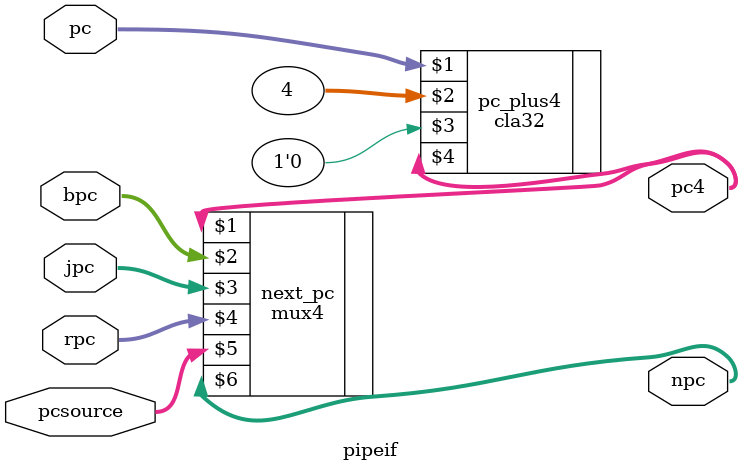
<source format=v>
module pipeif(pcsource,pc,bpc,jpc,rpc,npc,pc4);
	input  [31:0] pc,bpc,jpc,rpc;	// pc4 rpc bpc jpc  rpc是寄存器
	input  [1:0]  pcsource;			//pc控制信号
	output [31:0] npc,pc4;
	
	cla32 pc_plus4(pc,32'h4,1'b0,pc4);//32位数先行进位加法器  参考于 教材P72（无进位版本）
	mux4 #(32) next_pc(pc4,bpc,jpc,rpc,pcsource,npc);
	//根据pcsource确定这个采用那种npc的赋值
	//注意赋值的编号和单周期保持一致
endmodule


/*	
	此段代码实现
	1.pc4 = pc+4
	2.npc =mux[pcsource](pc4,bpc,jpc,rpc);

*/

// pcsource control signal
//`define NPC_PLUS4   2'b00
//`define NPC_BRANCH  2'b01
//`define NPC_JUMP    2'b10
//`define NPC_RS      2'b11
</source>
